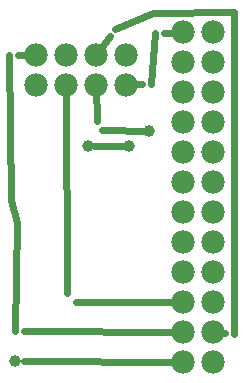
<source format=gtl>
G04 MADE WITH FRITZING*
G04 WWW.FRITZING.ORG*
G04 DOUBLE SIDED*
G04 HOLES PLATED*
G04 CONTOUR ON CENTER OF CONTOUR VECTOR*
%ASAXBY*%
%FSLAX23Y23*%
%MOIN*%
%OFA0B0*%
%SFA1.0B1.0*%
%ADD10C,0.078000*%
%ADD11C,0.039370*%
%ADD12C,0.024000*%
%LNCOPPER1*%
G90*
G70*
G54D10*
X446Y1171D03*
X346Y1171D03*
X246Y1171D03*
X146Y1171D03*
X446Y1171D03*
X346Y1171D03*
X246Y1171D03*
X146Y1171D03*
X146Y1071D03*
X246Y1071D03*
X346Y1071D03*
X446Y1071D03*
X636Y1246D03*
X636Y1146D03*
X636Y1046D03*
X636Y946D03*
X636Y846D03*
X636Y746D03*
X636Y646D03*
X636Y546D03*
X636Y446D03*
X636Y346D03*
X636Y246D03*
X636Y146D03*
X636Y1246D03*
X636Y1146D03*
X636Y1046D03*
X636Y946D03*
X636Y846D03*
X636Y746D03*
X636Y646D03*
X636Y546D03*
X636Y446D03*
X636Y346D03*
X636Y246D03*
X636Y146D03*
X736Y146D03*
X736Y246D03*
X736Y346D03*
X736Y446D03*
X736Y546D03*
X736Y646D03*
X736Y746D03*
X736Y846D03*
X736Y946D03*
X736Y1046D03*
X736Y1146D03*
X736Y1246D03*
G54D11*
X522Y918D03*
X456Y865D03*
X319Y868D03*
X75Y151D03*
G54D12*
X528Y1074D02*
X542Y1243D01*
D02*
X572Y1244D02*
X636Y1246D01*
D02*
X446Y1071D02*
X498Y1073D01*
D02*
X277Y346D02*
X636Y346D01*
D02*
X246Y1071D02*
X247Y376D01*
D02*
X61Y685D02*
X81Y610D01*
D02*
X81Y610D02*
X75Y251D01*
D02*
X146Y1171D02*
X86Y1171D01*
D02*
X105Y251D02*
X636Y246D01*
D02*
X56Y1171D02*
X61Y685D01*
D02*
X533Y1310D02*
X806Y1312D01*
D02*
X776Y243D02*
X736Y246D01*
D02*
X806Y1312D02*
X806Y240D01*
D02*
X408Y1257D02*
X533Y1310D01*
D02*
X346Y1171D02*
X391Y1233D01*
D02*
X346Y1071D02*
X347Y951D01*
D02*
X366Y920D02*
X522Y918D01*
D02*
X437Y866D02*
X338Y868D01*
D02*
X105Y151D02*
X617Y146D01*
G04 End of Copper1*
M02*
</source>
